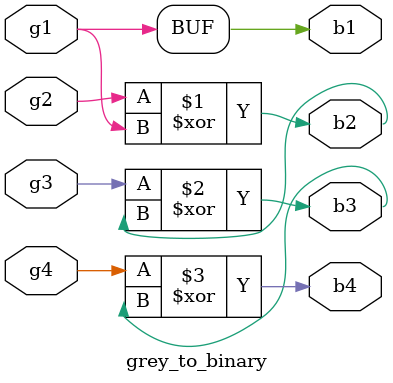
<source format=v>
module grey_to_binary(
  input g1,g2,g3,g4,
  output b1,b2,b3,b4);
  buf (b1,g1);
  xor a1(b2,g2,g1);
  xor a2(b3,g3,b2);
  xor a3(b4,g4,b3);
endmodule

</source>
